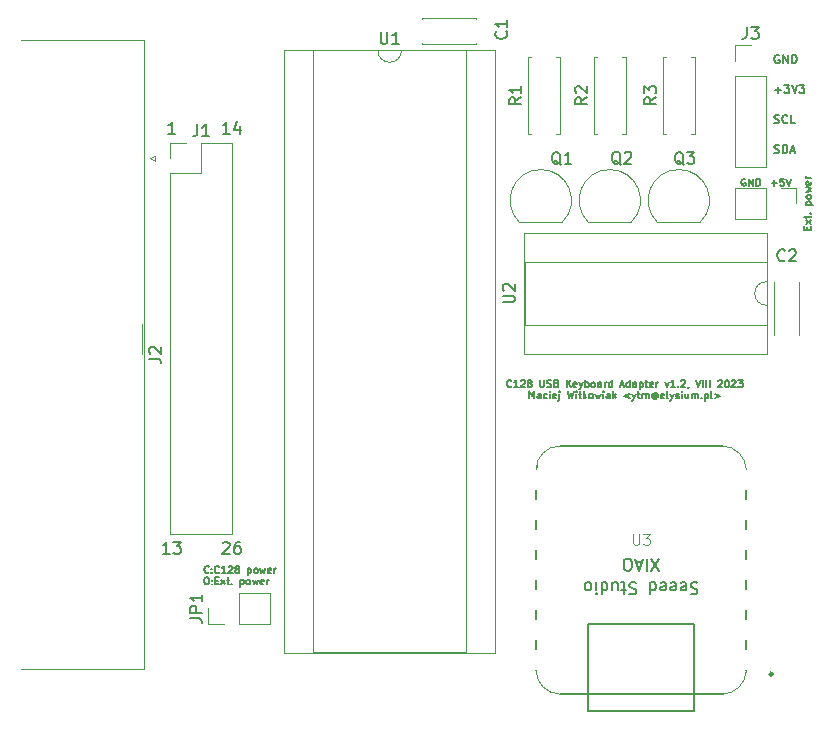
<source format=gto>
G04 #@! TF.GenerationSoftware,KiCad,Pcbnew,(6.0.5)*
G04 #@! TF.CreationDate,2023-08-20T17:12:42+02:00*
G04 #@! TF.ProjectId,kicad-c128keyb,6b696361-642d-4633-9132-386b6579622e,rev?*
G04 #@! TF.SameCoordinates,Original*
G04 #@! TF.FileFunction,Legend,Top*
G04 #@! TF.FilePolarity,Positive*
%FSLAX46Y46*%
G04 Gerber Fmt 4.6, Leading zero omitted, Abs format (unit mm)*
G04 Created by KiCad (PCBNEW (6.0.5)) date 2023-08-20 17:12:42*
%MOMM*%
%LPD*%
G01*
G04 APERTURE LIST*
%ADD10C,0.150000*%
%ADD11C,0.120000*%
%ADD12C,0.101600*%
%ADD13C,0.127000*%
%ADD14C,0.254000*%
%ADD15C,0.025400*%
%ADD16R,1.700000X1.700000*%
%ADD17O,1.700000X1.700000*%
%ADD18R,3.500000X1.700000*%
%ADD19O,3.600000X1.700000*%
%ADD20O,3.700000X1.700000*%
%ADD21C,1.600000*%
%ADD22C,0.700000*%
%ADD23C,4.400000*%
%ADD24O,1.600000X1.600000*%
%ADD25R,1.600000X1.600000*%
%ADD26R,1.050000X1.500000*%
%ADD27O,1.050000X1.500000*%
%ADD28C,4.000000*%
G04 APERTURE END LIST*
D10*
X160485142Y-79684285D02*
X160485142Y-79484285D01*
X160799428Y-79398571D02*
X160799428Y-79684285D01*
X160199428Y-79684285D01*
X160199428Y-79398571D01*
X160799428Y-79198571D02*
X160399428Y-78884285D01*
X160399428Y-79198571D02*
X160799428Y-78884285D01*
X160399428Y-78741428D02*
X160399428Y-78512857D01*
X160199428Y-78655714D02*
X160713714Y-78655714D01*
X160770857Y-78627142D01*
X160799428Y-78570000D01*
X160799428Y-78512857D01*
X160742285Y-78312857D02*
X160770857Y-78284285D01*
X160799428Y-78312857D01*
X160770857Y-78341428D01*
X160742285Y-78312857D01*
X160799428Y-78312857D01*
X160399428Y-77570000D02*
X160999428Y-77570000D01*
X160428000Y-77570000D02*
X160399428Y-77512857D01*
X160399428Y-77398571D01*
X160428000Y-77341428D01*
X160456571Y-77312857D01*
X160513714Y-77284285D01*
X160685142Y-77284285D01*
X160742285Y-77312857D01*
X160770857Y-77341428D01*
X160799428Y-77398571D01*
X160799428Y-77512857D01*
X160770857Y-77570000D01*
X160799428Y-76941428D02*
X160770857Y-76998571D01*
X160742285Y-77027142D01*
X160685142Y-77055714D01*
X160513714Y-77055714D01*
X160456571Y-77027142D01*
X160428000Y-76998571D01*
X160399428Y-76941428D01*
X160399428Y-76855714D01*
X160428000Y-76798571D01*
X160456571Y-76770000D01*
X160513714Y-76741428D01*
X160685142Y-76741428D01*
X160742285Y-76770000D01*
X160770857Y-76798571D01*
X160799428Y-76855714D01*
X160799428Y-76941428D01*
X160399428Y-76541428D02*
X160799428Y-76427142D01*
X160513714Y-76312857D01*
X160799428Y-76198571D01*
X160399428Y-76084285D01*
X160770857Y-75627142D02*
X160799428Y-75684285D01*
X160799428Y-75798571D01*
X160770857Y-75855714D01*
X160713714Y-75884285D01*
X160485142Y-75884285D01*
X160428000Y-75855714D01*
X160399428Y-75798571D01*
X160399428Y-75684285D01*
X160428000Y-75627142D01*
X160485142Y-75598571D01*
X160542285Y-75598571D01*
X160599428Y-75884285D01*
X160799428Y-75341428D02*
X160399428Y-75341428D01*
X160513714Y-75341428D02*
X160456571Y-75312857D01*
X160428000Y-75284285D01*
X160399428Y-75227142D01*
X160399428Y-75170000D01*
X109803214Y-108697285D02*
X109774642Y-108725857D01*
X109688928Y-108754428D01*
X109631785Y-108754428D01*
X109546071Y-108725857D01*
X109488928Y-108668714D01*
X109460357Y-108611571D01*
X109431785Y-108497285D01*
X109431785Y-108411571D01*
X109460357Y-108297285D01*
X109488928Y-108240142D01*
X109546071Y-108183000D01*
X109631785Y-108154428D01*
X109688928Y-108154428D01*
X109774642Y-108183000D01*
X109803214Y-108211571D01*
X110060357Y-108697285D02*
X110088928Y-108725857D01*
X110060357Y-108754428D01*
X110031785Y-108725857D01*
X110060357Y-108697285D01*
X110060357Y-108754428D01*
X110060357Y-108383000D02*
X110088928Y-108411571D01*
X110060357Y-108440142D01*
X110031785Y-108411571D01*
X110060357Y-108383000D01*
X110060357Y-108440142D01*
X110688928Y-108697285D02*
X110660357Y-108725857D01*
X110574642Y-108754428D01*
X110517500Y-108754428D01*
X110431785Y-108725857D01*
X110374642Y-108668714D01*
X110346071Y-108611571D01*
X110317500Y-108497285D01*
X110317500Y-108411571D01*
X110346071Y-108297285D01*
X110374642Y-108240142D01*
X110431785Y-108183000D01*
X110517500Y-108154428D01*
X110574642Y-108154428D01*
X110660357Y-108183000D01*
X110688928Y-108211571D01*
X111260357Y-108754428D02*
X110917500Y-108754428D01*
X111088928Y-108754428D02*
X111088928Y-108154428D01*
X111031785Y-108240142D01*
X110974642Y-108297285D01*
X110917500Y-108325857D01*
X111488928Y-108211571D02*
X111517500Y-108183000D01*
X111574642Y-108154428D01*
X111717500Y-108154428D01*
X111774642Y-108183000D01*
X111803214Y-108211571D01*
X111831785Y-108268714D01*
X111831785Y-108325857D01*
X111803214Y-108411571D01*
X111460357Y-108754428D01*
X111831785Y-108754428D01*
X112174642Y-108411571D02*
X112117500Y-108383000D01*
X112088928Y-108354428D01*
X112060357Y-108297285D01*
X112060357Y-108268714D01*
X112088928Y-108211571D01*
X112117500Y-108183000D01*
X112174642Y-108154428D01*
X112288928Y-108154428D01*
X112346071Y-108183000D01*
X112374642Y-108211571D01*
X112403214Y-108268714D01*
X112403214Y-108297285D01*
X112374642Y-108354428D01*
X112346071Y-108383000D01*
X112288928Y-108411571D01*
X112174642Y-108411571D01*
X112117500Y-108440142D01*
X112088928Y-108468714D01*
X112060357Y-108525857D01*
X112060357Y-108640142D01*
X112088928Y-108697285D01*
X112117500Y-108725857D01*
X112174642Y-108754428D01*
X112288928Y-108754428D01*
X112346071Y-108725857D01*
X112374642Y-108697285D01*
X112403214Y-108640142D01*
X112403214Y-108525857D01*
X112374642Y-108468714D01*
X112346071Y-108440142D01*
X112288928Y-108411571D01*
X113117500Y-108354428D02*
X113117500Y-108954428D01*
X113117500Y-108383000D02*
X113174642Y-108354428D01*
X113288928Y-108354428D01*
X113346071Y-108383000D01*
X113374642Y-108411571D01*
X113403214Y-108468714D01*
X113403214Y-108640142D01*
X113374642Y-108697285D01*
X113346071Y-108725857D01*
X113288928Y-108754428D01*
X113174642Y-108754428D01*
X113117500Y-108725857D01*
X113746071Y-108754428D02*
X113688928Y-108725857D01*
X113660357Y-108697285D01*
X113631785Y-108640142D01*
X113631785Y-108468714D01*
X113660357Y-108411571D01*
X113688928Y-108383000D01*
X113746071Y-108354428D01*
X113831785Y-108354428D01*
X113888928Y-108383000D01*
X113917500Y-108411571D01*
X113946071Y-108468714D01*
X113946071Y-108640142D01*
X113917500Y-108697285D01*
X113888928Y-108725857D01*
X113831785Y-108754428D01*
X113746071Y-108754428D01*
X114146071Y-108354428D02*
X114260357Y-108754428D01*
X114374642Y-108468714D01*
X114488928Y-108754428D01*
X114603214Y-108354428D01*
X115060357Y-108725857D02*
X115003214Y-108754428D01*
X114888928Y-108754428D01*
X114831785Y-108725857D01*
X114803214Y-108668714D01*
X114803214Y-108440142D01*
X114831785Y-108383000D01*
X114888928Y-108354428D01*
X115003214Y-108354428D01*
X115060357Y-108383000D01*
X115088928Y-108440142D01*
X115088928Y-108497285D01*
X114803214Y-108554428D01*
X115346071Y-108754428D02*
X115346071Y-108354428D01*
X115346071Y-108468714D02*
X115374642Y-108411571D01*
X115403214Y-108383000D01*
X115460357Y-108354428D01*
X115517500Y-108354428D01*
X109574642Y-109120428D02*
X109688928Y-109120428D01*
X109746071Y-109149000D01*
X109803214Y-109206142D01*
X109831785Y-109320428D01*
X109831785Y-109520428D01*
X109803214Y-109634714D01*
X109746071Y-109691857D01*
X109688928Y-109720428D01*
X109574642Y-109720428D01*
X109517500Y-109691857D01*
X109460357Y-109634714D01*
X109431785Y-109520428D01*
X109431785Y-109320428D01*
X109460357Y-109206142D01*
X109517500Y-109149000D01*
X109574642Y-109120428D01*
X110088928Y-109663285D02*
X110117500Y-109691857D01*
X110088928Y-109720428D01*
X110060357Y-109691857D01*
X110088928Y-109663285D01*
X110088928Y-109720428D01*
X110088928Y-109349000D02*
X110117500Y-109377571D01*
X110088928Y-109406142D01*
X110060357Y-109377571D01*
X110088928Y-109349000D01*
X110088928Y-109406142D01*
X110374642Y-109406142D02*
X110574642Y-109406142D01*
X110660357Y-109720428D02*
X110374642Y-109720428D01*
X110374642Y-109120428D01*
X110660357Y-109120428D01*
X110860357Y-109720428D02*
X111174642Y-109320428D01*
X110860357Y-109320428D02*
X111174642Y-109720428D01*
X111317500Y-109320428D02*
X111546071Y-109320428D01*
X111403214Y-109120428D02*
X111403214Y-109634714D01*
X111431785Y-109691857D01*
X111488928Y-109720428D01*
X111546071Y-109720428D01*
X111746071Y-109663285D02*
X111774642Y-109691857D01*
X111746071Y-109720428D01*
X111717500Y-109691857D01*
X111746071Y-109663285D01*
X111746071Y-109720428D01*
X112488928Y-109320428D02*
X112488928Y-109920428D01*
X112488928Y-109349000D02*
X112546071Y-109320428D01*
X112660357Y-109320428D01*
X112717500Y-109349000D01*
X112746071Y-109377571D01*
X112774642Y-109434714D01*
X112774642Y-109606142D01*
X112746071Y-109663285D01*
X112717500Y-109691857D01*
X112660357Y-109720428D01*
X112546071Y-109720428D01*
X112488928Y-109691857D01*
X113117500Y-109720428D02*
X113060357Y-109691857D01*
X113031785Y-109663285D01*
X113003214Y-109606142D01*
X113003214Y-109434714D01*
X113031785Y-109377571D01*
X113060357Y-109349000D01*
X113117500Y-109320428D01*
X113203214Y-109320428D01*
X113260357Y-109349000D01*
X113288928Y-109377571D01*
X113317500Y-109434714D01*
X113317500Y-109606142D01*
X113288928Y-109663285D01*
X113260357Y-109691857D01*
X113203214Y-109720428D01*
X113117500Y-109720428D01*
X113517500Y-109320428D02*
X113631785Y-109720428D01*
X113746071Y-109434714D01*
X113860357Y-109720428D01*
X113974642Y-109320428D01*
X114431785Y-109691857D02*
X114374642Y-109720428D01*
X114260357Y-109720428D01*
X114203214Y-109691857D01*
X114174642Y-109634714D01*
X114174642Y-109406142D01*
X114203214Y-109349000D01*
X114260357Y-109320428D01*
X114374642Y-109320428D01*
X114431785Y-109349000D01*
X114460357Y-109406142D01*
X114460357Y-109463285D01*
X114174642Y-109520428D01*
X114717500Y-109720428D02*
X114717500Y-109320428D01*
X114717500Y-109434714D02*
X114746071Y-109377571D01*
X114774642Y-109349000D01*
X114831785Y-109320428D01*
X114888928Y-109320428D01*
X155244857Y-75392000D02*
X155187714Y-75363428D01*
X155102000Y-75363428D01*
X155016285Y-75392000D01*
X154959142Y-75449142D01*
X154930571Y-75506285D01*
X154902000Y-75620571D01*
X154902000Y-75706285D01*
X154930571Y-75820571D01*
X154959142Y-75877714D01*
X155016285Y-75934857D01*
X155102000Y-75963428D01*
X155159142Y-75963428D01*
X155244857Y-75934857D01*
X155273428Y-75906285D01*
X155273428Y-75706285D01*
X155159142Y-75706285D01*
X155530571Y-75963428D02*
X155530571Y-75363428D01*
X155873428Y-75963428D01*
X155873428Y-75363428D01*
X156159142Y-75963428D02*
X156159142Y-75363428D01*
X156302000Y-75363428D01*
X156387714Y-75392000D01*
X156444857Y-75449142D01*
X156473428Y-75506285D01*
X156502000Y-75620571D01*
X156502000Y-75706285D01*
X156473428Y-75820571D01*
X156444857Y-75877714D01*
X156387714Y-75934857D01*
X156302000Y-75963428D01*
X156159142Y-75963428D01*
X157470571Y-75734857D02*
X157927714Y-75734857D01*
X157699142Y-75963428D02*
X157699142Y-75506285D01*
X158499142Y-75363428D02*
X158213428Y-75363428D01*
X158184857Y-75649142D01*
X158213428Y-75620571D01*
X158270571Y-75592000D01*
X158413428Y-75592000D01*
X158470571Y-75620571D01*
X158499142Y-75649142D01*
X158527714Y-75706285D01*
X158527714Y-75849142D01*
X158499142Y-75906285D01*
X158470571Y-75934857D01*
X158413428Y-75963428D01*
X158270571Y-75963428D01*
X158213428Y-75934857D01*
X158184857Y-75906285D01*
X158699142Y-75363428D02*
X158899142Y-75963428D01*
X159099142Y-75363428D01*
D11*
X104140000Y-87690000D02*
X104140000Y-87690000D01*
X104140000Y-87690000D02*
X104140000Y-90230000D01*
X104140000Y-90230000D02*
X104140000Y-90230000D01*
X104140000Y-90230000D02*
X104140000Y-87690000D01*
D10*
X135434000Y-92949285D02*
X135405428Y-92977857D01*
X135319714Y-93006428D01*
X135262571Y-93006428D01*
X135176857Y-92977857D01*
X135119714Y-92920714D01*
X135091142Y-92863571D01*
X135062571Y-92749285D01*
X135062571Y-92663571D01*
X135091142Y-92549285D01*
X135119714Y-92492142D01*
X135176857Y-92435000D01*
X135262571Y-92406428D01*
X135319714Y-92406428D01*
X135405428Y-92435000D01*
X135434000Y-92463571D01*
X136005428Y-93006428D02*
X135662571Y-93006428D01*
X135834000Y-93006428D02*
X135834000Y-92406428D01*
X135776857Y-92492142D01*
X135719714Y-92549285D01*
X135662571Y-92577857D01*
X136234000Y-92463571D02*
X136262571Y-92435000D01*
X136319714Y-92406428D01*
X136462571Y-92406428D01*
X136519714Y-92435000D01*
X136548285Y-92463571D01*
X136576857Y-92520714D01*
X136576857Y-92577857D01*
X136548285Y-92663571D01*
X136205428Y-93006428D01*
X136576857Y-93006428D01*
X136919714Y-92663571D02*
X136862571Y-92635000D01*
X136834000Y-92606428D01*
X136805428Y-92549285D01*
X136805428Y-92520714D01*
X136834000Y-92463571D01*
X136862571Y-92435000D01*
X136919714Y-92406428D01*
X137034000Y-92406428D01*
X137091142Y-92435000D01*
X137119714Y-92463571D01*
X137148285Y-92520714D01*
X137148285Y-92549285D01*
X137119714Y-92606428D01*
X137091142Y-92635000D01*
X137034000Y-92663571D01*
X136919714Y-92663571D01*
X136862571Y-92692142D01*
X136834000Y-92720714D01*
X136805428Y-92777857D01*
X136805428Y-92892142D01*
X136834000Y-92949285D01*
X136862571Y-92977857D01*
X136919714Y-93006428D01*
X137034000Y-93006428D01*
X137091142Y-92977857D01*
X137119714Y-92949285D01*
X137148285Y-92892142D01*
X137148285Y-92777857D01*
X137119714Y-92720714D01*
X137091142Y-92692142D01*
X137034000Y-92663571D01*
X137862571Y-92406428D02*
X137862571Y-92892142D01*
X137891142Y-92949285D01*
X137919714Y-92977857D01*
X137976857Y-93006428D01*
X138091142Y-93006428D01*
X138148285Y-92977857D01*
X138176857Y-92949285D01*
X138205428Y-92892142D01*
X138205428Y-92406428D01*
X138462571Y-92977857D02*
X138548285Y-93006428D01*
X138691142Y-93006428D01*
X138748285Y-92977857D01*
X138776857Y-92949285D01*
X138805428Y-92892142D01*
X138805428Y-92835000D01*
X138776857Y-92777857D01*
X138748285Y-92749285D01*
X138691142Y-92720714D01*
X138576857Y-92692142D01*
X138519714Y-92663571D01*
X138491142Y-92635000D01*
X138462571Y-92577857D01*
X138462571Y-92520714D01*
X138491142Y-92463571D01*
X138519714Y-92435000D01*
X138576857Y-92406428D01*
X138719714Y-92406428D01*
X138805428Y-92435000D01*
X139262571Y-92692142D02*
X139348285Y-92720714D01*
X139376857Y-92749285D01*
X139405428Y-92806428D01*
X139405428Y-92892142D01*
X139376857Y-92949285D01*
X139348285Y-92977857D01*
X139291142Y-93006428D01*
X139062571Y-93006428D01*
X139062571Y-92406428D01*
X139262571Y-92406428D01*
X139319714Y-92435000D01*
X139348285Y-92463571D01*
X139376857Y-92520714D01*
X139376857Y-92577857D01*
X139348285Y-92635000D01*
X139319714Y-92663571D01*
X139262571Y-92692142D01*
X139062571Y-92692142D01*
X140119714Y-93006428D02*
X140119714Y-92406428D01*
X140462571Y-93006428D02*
X140205428Y-92663571D01*
X140462571Y-92406428D02*
X140119714Y-92749285D01*
X140948285Y-92977857D02*
X140891142Y-93006428D01*
X140776857Y-93006428D01*
X140719714Y-92977857D01*
X140691142Y-92920714D01*
X140691142Y-92692142D01*
X140719714Y-92635000D01*
X140776857Y-92606428D01*
X140891142Y-92606428D01*
X140948285Y-92635000D01*
X140976857Y-92692142D01*
X140976857Y-92749285D01*
X140691142Y-92806428D01*
X141176857Y-92606428D02*
X141319714Y-93006428D01*
X141462571Y-92606428D02*
X141319714Y-93006428D01*
X141262571Y-93149285D01*
X141234000Y-93177857D01*
X141176857Y-93206428D01*
X141691142Y-93006428D02*
X141691142Y-92406428D01*
X141691142Y-92635000D02*
X141748285Y-92606428D01*
X141862571Y-92606428D01*
X141919714Y-92635000D01*
X141948285Y-92663571D01*
X141976857Y-92720714D01*
X141976857Y-92892142D01*
X141948285Y-92949285D01*
X141919714Y-92977857D01*
X141862571Y-93006428D01*
X141748285Y-93006428D01*
X141691142Y-92977857D01*
X142319714Y-93006428D02*
X142262571Y-92977857D01*
X142234000Y-92949285D01*
X142205428Y-92892142D01*
X142205428Y-92720714D01*
X142234000Y-92663571D01*
X142262571Y-92635000D01*
X142319714Y-92606428D01*
X142405428Y-92606428D01*
X142462571Y-92635000D01*
X142491142Y-92663571D01*
X142519714Y-92720714D01*
X142519714Y-92892142D01*
X142491142Y-92949285D01*
X142462571Y-92977857D01*
X142405428Y-93006428D01*
X142319714Y-93006428D01*
X143034000Y-93006428D02*
X143034000Y-92692142D01*
X143005428Y-92635000D01*
X142948285Y-92606428D01*
X142834000Y-92606428D01*
X142776857Y-92635000D01*
X143034000Y-92977857D02*
X142976857Y-93006428D01*
X142834000Y-93006428D01*
X142776857Y-92977857D01*
X142748285Y-92920714D01*
X142748285Y-92863571D01*
X142776857Y-92806428D01*
X142834000Y-92777857D01*
X142976857Y-92777857D01*
X143034000Y-92749285D01*
X143319714Y-93006428D02*
X143319714Y-92606428D01*
X143319714Y-92720714D02*
X143348285Y-92663571D01*
X143376857Y-92635000D01*
X143434000Y-92606428D01*
X143491142Y-92606428D01*
X143948285Y-93006428D02*
X143948285Y-92406428D01*
X143948285Y-92977857D02*
X143891142Y-93006428D01*
X143776857Y-93006428D01*
X143719714Y-92977857D01*
X143691142Y-92949285D01*
X143662571Y-92892142D01*
X143662571Y-92720714D01*
X143691142Y-92663571D01*
X143719714Y-92635000D01*
X143776857Y-92606428D01*
X143891142Y-92606428D01*
X143948285Y-92635000D01*
X144662571Y-92835000D02*
X144948285Y-92835000D01*
X144605428Y-93006428D02*
X144805428Y-92406428D01*
X145005428Y-93006428D01*
X145462571Y-93006428D02*
X145462571Y-92406428D01*
X145462571Y-92977857D02*
X145405428Y-93006428D01*
X145291142Y-93006428D01*
X145234000Y-92977857D01*
X145205428Y-92949285D01*
X145176857Y-92892142D01*
X145176857Y-92720714D01*
X145205428Y-92663571D01*
X145234000Y-92635000D01*
X145291142Y-92606428D01*
X145405428Y-92606428D01*
X145462571Y-92635000D01*
X146005428Y-93006428D02*
X146005428Y-92692142D01*
X145976857Y-92635000D01*
X145919714Y-92606428D01*
X145805428Y-92606428D01*
X145748285Y-92635000D01*
X146005428Y-92977857D02*
X145948285Y-93006428D01*
X145805428Y-93006428D01*
X145748285Y-92977857D01*
X145719714Y-92920714D01*
X145719714Y-92863571D01*
X145748285Y-92806428D01*
X145805428Y-92777857D01*
X145948285Y-92777857D01*
X146005428Y-92749285D01*
X146291142Y-92606428D02*
X146291142Y-93206428D01*
X146291142Y-92635000D02*
X146348285Y-92606428D01*
X146462571Y-92606428D01*
X146519714Y-92635000D01*
X146548285Y-92663571D01*
X146576857Y-92720714D01*
X146576857Y-92892142D01*
X146548285Y-92949285D01*
X146519714Y-92977857D01*
X146462571Y-93006428D01*
X146348285Y-93006428D01*
X146291142Y-92977857D01*
X146748285Y-92606428D02*
X146976857Y-92606428D01*
X146834000Y-92406428D02*
X146834000Y-92920714D01*
X146862571Y-92977857D01*
X146919714Y-93006428D01*
X146976857Y-93006428D01*
X147405428Y-92977857D02*
X147348285Y-93006428D01*
X147234000Y-93006428D01*
X147176857Y-92977857D01*
X147148285Y-92920714D01*
X147148285Y-92692142D01*
X147176857Y-92635000D01*
X147234000Y-92606428D01*
X147348285Y-92606428D01*
X147405428Y-92635000D01*
X147434000Y-92692142D01*
X147434000Y-92749285D01*
X147148285Y-92806428D01*
X147691142Y-93006428D02*
X147691142Y-92606428D01*
X147691142Y-92720714D02*
X147719714Y-92663571D01*
X147748285Y-92635000D01*
X147805428Y-92606428D01*
X147862571Y-92606428D01*
X148462571Y-92606428D02*
X148605428Y-93006428D01*
X148748285Y-92606428D01*
X149291142Y-93006428D02*
X148948285Y-93006428D01*
X149119714Y-93006428D02*
X149119714Y-92406428D01*
X149062571Y-92492142D01*
X149005428Y-92549285D01*
X148948285Y-92577857D01*
X149548285Y-92949285D02*
X149576857Y-92977857D01*
X149548285Y-93006428D01*
X149519714Y-92977857D01*
X149548285Y-92949285D01*
X149548285Y-93006428D01*
X149805428Y-92463571D02*
X149834000Y-92435000D01*
X149891142Y-92406428D01*
X150034000Y-92406428D01*
X150091142Y-92435000D01*
X150119714Y-92463571D01*
X150148285Y-92520714D01*
X150148285Y-92577857D01*
X150119714Y-92663571D01*
X149776857Y-93006428D01*
X150148285Y-93006428D01*
X150434000Y-92977857D02*
X150434000Y-93006428D01*
X150405428Y-93063571D01*
X150376857Y-93092142D01*
X151062571Y-92406428D02*
X151262571Y-93006428D01*
X151462571Y-92406428D01*
X151662571Y-93006428D02*
X151662571Y-92406428D01*
X151948285Y-93006428D02*
X151948285Y-92406428D01*
X152234000Y-93006428D02*
X152234000Y-92406428D01*
X152948285Y-92463571D02*
X152976857Y-92435000D01*
X153034000Y-92406428D01*
X153176857Y-92406428D01*
X153234000Y-92435000D01*
X153262571Y-92463571D01*
X153291142Y-92520714D01*
X153291142Y-92577857D01*
X153262571Y-92663571D01*
X152919714Y-93006428D01*
X153291142Y-93006428D01*
X153662571Y-92406428D02*
X153719714Y-92406428D01*
X153776857Y-92435000D01*
X153805428Y-92463571D01*
X153834000Y-92520714D01*
X153862571Y-92635000D01*
X153862571Y-92777857D01*
X153834000Y-92892142D01*
X153805428Y-92949285D01*
X153776857Y-92977857D01*
X153719714Y-93006428D01*
X153662571Y-93006428D01*
X153605428Y-92977857D01*
X153576857Y-92949285D01*
X153548285Y-92892142D01*
X153519714Y-92777857D01*
X153519714Y-92635000D01*
X153548285Y-92520714D01*
X153576857Y-92463571D01*
X153605428Y-92435000D01*
X153662571Y-92406428D01*
X154091142Y-92463571D02*
X154119714Y-92435000D01*
X154176857Y-92406428D01*
X154319714Y-92406428D01*
X154376857Y-92435000D01*
X154405428Y-92463571D01*
X154434000Y-92520714D01*
X154434000Y-92577857D01*
X154405428Y-92663571D01*
X154062571Y-93006428D01*
X154434000Y-93006428D01*
X154634000Y-92406428D02*
X155005428Y-92406428D01*
X154805428Y-92635000D01*
X154891142Y-92635000D01*
X154948285Y-92663571D01*
X154976857Y-92692142D01*
X155005428Y-92749285D01*
X155005428Y-92892142D01*
X154976857Y-92949285D01*
X154948285Y-92977857D01*
X154891142Y-93006428D01*
X154719714Y-93006428D01*
X154662571Y-92977857D01*
X154634000Y-92949285D01*
X136962571Y-93972428D02*
X136962571Y-93372428D01*
X137162571Y-93801000D01*
X137362571Y-93372428D01*
X137362571Y-93972428D01*
X137905428Y-93972428D02*
X137905428Y-93658142D01*
X137876857Y-93601000D01*
X137819714Y-93572428D01*
X137705428Y-93572428D01*
X137648285Y-93601000D01*
X137905428Y-93943857D02*
X137848285Y-93972428D01*
X137705428Y-93972428D01*
X137648285Y-93943857D01*
X137619714Y-93886714D01*
X137619714Y-93829571D01*
X137648285Y-93772428D01*
X137705428Y-93743857D01*
X137848285Y-93743857D01*
X137905428Y-93715285D01*
X138448285Y-93943857D02*
X138391142Y-93972428D01*
X138276857Y-93972428D01*
X138219714Y-93943857D01*
X138191142Y-93915285D01*
X138162571Y-93858142D01*
X138162571Y-93686714D01*
X138191142Y-93629571D01*
X138219714Y-93601000D01*
X138276857Y-93572428D01*
X138391142Y-93572428D01*
X138448285Y-93601000D01*
X138705428Y-93972428D02*
X138705428Y-93572428D01*
X138705428Y-93372428D02*
X138676857Y-93401000D01*
X138705428Y-93429571D01*
X138734000Y-93401000D01*
X138705428Y-93372428D01*
X138705428Y-93429571D01*
X139219714Y-93943857D02*
X139162571Y-93972428D01*
X139048285Y-93972428D01*
X138991142Y-93943857D01*
X138962571Y-93886714D01*
X138962571Y-93658142D01*
X138991142Y-93601000D01*
X139048285Y-93572428D01*
X139162571Y-93572428D01*
X139219714Y-93601000D01*
X139248285Y-93658142D01*
X139248285Y-93715285D01*
X138962571Y-93772428D01*
X139505428Y-93572428D02*
X139505428Y-94086714D01*
X139476857Y-94143857D01*
X139419714Y-94172428D01*
X139391142Y-94172428D01*
X139505428Y-93372428D02*
X139476857Y-93401000D01*
X139505428Y-93429571D01*
X139534000Y-93401000D01*
X139505428Y-93372428D01*
X139505428Y-93429571D01*
X140191142Y-93372428D02*
X140334000Y-93972428D01*
X140448285Y-93543857D01*
X140562571Y-93972428D01*
X140705428Y-93372428D01*
X140934000Y-93972428D02*
X140934000Y-93572428D01*
X140934000Y-93372428D02*
X140905428Y-93401000D01*
X140934000Y-93429571D01*
X140962571Y-93401000D01*
X140934000Y-93372428D01*
X140934000Y-93429571D01*
X141134000Y-93572428D02*
X141362571Y-93572428D01*
X141219714Y-93372428D02*
X141219714Y-93886714D01*
X141248285Y-93943857D01*
X141305428Y-93972428D01*
X141362571Y-93972428D01*
X141562571Y-93972428D02*
X141562571Y-93372428D01*
X141619714Y-93743857D02*
X141791142Y-93972428D01*
X141791142Y-93572428D02*
X141562571Y-93801000D01*
X142134000Y-93972428D02*
X142076857Y-93943857D01*
X142048285Y-93915285D01*
X142019714Y-93858142D01*
X142019714Y-93686714D01*
X142048285Y-93629571D01*
X142076857Y-93601000D01*
X142134000Y-93572428D01*
X142219714Y-93572428D01*
X142276857Y-93601000D01*
X142305428Y-93629571D01*
X142334000Y-93686714D01*
X142334000Y-93858142D01*
X142305428Y-93915285D01*
X142276857Y-93943857D01*
X142219714Y-93972428D01*
X142134000Y-93972428D01*
X142534000Y-93572428D02*
X142648285Y-93972428D01*
X142762571Y-93686714D01*
X142876857Y-93972428D01*
X142991142Y-93572428D01*
X143219714Y-93972428D02*
X143219714Y-93572428D01*
X143219714Y-93372428D02*
X143191142Y-93401000D01*
X143219714Y-93429571D01*
X143248285Y-93401000D01*
X143219714Y-93372428D01*
X143219714Y-93429571D01*
X143762571Y-93972428D02*
X143762571Y-93658142D01*
X143734000Y-93601000D01*
X143676857Y-93572428D01*
X143562571Y-93572428D01*
X143505428Y-93601000D01*
X143762571Y-93943857D02*
X143705428Y-93972428D01*
X143562571Y-93972428D01*
X143505428Y-93943857D01*
X143476857Y-93886714D01*
X143476857Y-93829571D01*
X143505428Y-93772428D01*
X143562571Y-93743857D01*
X143705428Y-93743857D01*
X143762571Y-93715285D01*
X144048285Y-93972428D02*
X144048285Y-93372428D01*
X144105428Y-93743857D02*
X144276857Y-93972428D01*
X144276857Y-93572428D02*
X144048285Y-93801000D01*
X145448285Y-93572428D02*
X144991142Y-93743857D01*
X145448285Y-93915285D01*
X145676857Y-93572428D02*
X145819714Y-93972428D01*
X145962571Y-93572428D02*
X145819714Y-93972428D01*
X145762571Y-94115285D01*
X145734000Y-94143857D01*
X145676857Y-94172428D01*
X146105428Y-93572428D02*
X146334000Y-93572428D01*
X146191142Y-93372428D02*
X146191142Y-93886714D01*
X146219714Y-93943857D01*
X146276857Y-93972428D01*
X146334000Y-93972428D01*
X146534000Y-93972428D02*
X146534000Y-93572428D01*
X146534000Y-93629571D02*
X146562571Y-93601000D01*
X146619714Y-93572428D01*
X146705428Y-93572428D01*
X146762571Y-93601000D01*
X146791142Y-93658142D01*
X146791142Y-93972428D01*
X146791142Y-93658142D02*
X146819714Y-93601000D01*
X146876857Y-93572428D01*
X146962571Y-93572428D01*
X147019714Y-93601000D01*
X147048285Y-93658142D01*
X147048285Y-93972428D01*
X147705428Y-93686714D02*
X147676857Y-93658142D01*
X147619714Y-93629571D01*
X147562571Y-93629571D01*
X147505428Y-93658142D01*
X147476857Y-93686714D01*
X147448285Y-93743857D01*
X147448285Y-93801000D01*
X147476857Y-93858142D01*
X147505428Y-93886714D01*
X147562571Y-93915285D01*
X147619714Y-93915285D01*
X147676857Y-93886714D01*
X147705428Y-93858142D01*
X147705428Y-93629571D02*
X147705428Y-93858142D01*
X147734000Y-93886714D01*
X147762571Y-93886714D01*
X147819714Y-93858142D01*
X147848285Y-93801000D01*
X147848285Y-93658142D01*
X147791142Y-93572428D01*
X147705428Y-93515285D01*
X147591142Y-93486714D01*
X147476857Y-93515285D01*
X147391142Y-93572428D01*
X147334000Y-93658142D01*
X147305428Y-93772428D01*
X147334000Y-93886714D01*
X147391142Y-93972428D01*
X147476857Y-94029571D01*
X147591142Y-94058142D01*
X147705428Y-94029571D01*
X147791142Y-93972428D01*
X148334000Y-93943857D02*
X148276857Y-93972428D01*
X148162571Y-93972428D01*
X148105428Y-93943857D01*
X148076857Y-93886714D01*
X148076857Y-93658142D01*
X148105428Y-93601000D01*
X148162571Y-93572428D01*
X148276857Y-93572428D01*
X148334000Y-93601000D01*
X148362571Y-93658142D01*
X148362571Y-93715285D01*
X148076857Y-93772428D01*
X148705428Y-93972428D02*
X148648285Y-93943857D01*
X148619714Y-93886714D01*
X148619714Y-93372428D01*
X148876857Y-93572428D02*
X149019714Y-93972428D01*
X149162571Y-93572428D02*
X149019714Y-93972428D01*
X148962571Y-94115285D01*
X148934000Y-94143857D01*
X148876857Y-94172428D01*
X149362571Y-93943857D02*
X149419714Y-93972428D01*
X149534000Y-93972428D01*
X149591142Y-93943857D01*
X149619714Y-93886714D01*
X149619714Y-93858142D01*
X149591142Y-93801000D01*
X149534000Y-93772428D01*
X149448285Y-93772428D01*
X149391142Y-93743857D01*
X149362571Y-93686714D01*
X149362571Y-93658142D01*
X149391142Y-93601000D01*
X149448285Y-93572428D01*
X149534000Y-93572428D01*
X149591142Y-93601000D01*
X149876857Y-93972428D02*
X149876857Y-93572428D01*
X149876857Y-93372428D02*
X149848285Y-93401000D01*
X149876857Y-93429571D01*
X149905428Y-93401000D01*
X149876857Y-93372428D01*
X149876857Y-93429571D01*
X150419714Y-93572428D02*
X150419714Y-93972428D01*
X150162571Y-93572428D02*
X150162571Y-93886714D01*
X150191142Y-93943857D01*
X150248285Y-93972428D01*
X150334000Y-93972428D01*
X150391142Y-93943857D01*
X150419714Y-93915285D01*
X150705428Y-93972428D02*
X150705428Y-93572428D01*
X150705428Y-93629571D02*
X150734000Y-93601000D01*
X150791142Y-93572428D01*
X150876857Y-93572428D01*
X150934000Y-93601000D01*
X150962571Y-93658142D01*
X150962571Y-93972428D01*
X150962571Y-93658142D02*
X150991142Y-93601000D01*
X151048285Y-93572428D01*
X151134000Y-93572428D01*
X151191142Y-93601000D01*
X151219714Y-93658142D01*
X151219714Y-93972428D01*
X151505428Y-93915285D02*
X151534000Y-93943857D01*
X151505428Y-93972428D01*
X151476857Y-93943857D01*
X151505428Y-93915285D01*
X151505428Y-93972428D01*
X151791142Y-93572428D02*
X151791142Y-94172428D01*
X151791142Y-93601000D02*
X151848285Y-93572428D01*
X151962571Y-93572428D01*
X152019714Y-93601000D01*
X152048285Y-93629571D01*
X152076857Y-93686714D01*
X152076857Y-93858142D01*
X152048285Y-93915285D01*
X152019714Y-93943857D01*
X151962571Y-93972428D01*
X151848285Y-93972428D01*
X151791142Y-93943857D01*
X152419714Y-93972428D02*
X152362571Y-93943857D01*
X152334000Y-93886714D01*
X152334000Y-93372428D01*
X152648285Y-93572428D02*
X153105428Y-93743857D01*
X152648285Y-93915285D01*
X157710833Y-73181333D02*
X157810833Y-73214666D01*
X157977500Y-73214666D01*
X158044166Y-73181333D01*
X158077500Y-73148000D01*
X158110833Y-73081333D01*
X158110833Y-73014666D01*
X158077500Y-72948000D01*
X158044166Y-72914666D01*
X157977500Y-72881333D01*
X157844166Y-72848000D01*
X157777500Y-72814666D01*
X157744166Y-72781333D01*
X157710833Y-72714666D01*
X157710833Y-72648000D01*
X157744166Y-72581333D01*
X157777500Y-72548000D01*
X157844166Y-72514666D01*
X158010833Y-72514666D01*
X158110833Y-72548000D01*
X158410833Y-73214666D02*
X158410833Y-72514666D01*
X158577500Y-72514666D01*
X158677500Y-72548000D01*
X158744166Y-72614666D01*
X158777500Y-72681333D01*
X158810833Y-72814666D01*
X158810833Y-72914666D01*
X158777500Y-73048000D01*
X158744166Y-73114666D01*
X158677500Y-73181333D01*
X158577500Y-73214666D01*
X158410833Y-73214666D01*
X159077500Y-73014666D02*
X159410833Y-73014666D01*
X159010833Y-73214666D02*
X159244166Y-72514666D01*
X159477500Y-73214666D01*
X157744166Y-67868000D02*
X158277500Y-67868000D01*
X158010833Y-68134666D02*
X158010833Y-67601333D01*
X158544166Y-67434666D02*
X158977500Y-67434666D01*
X158744166Y-67701333D01*
X158844166Y-67701333D01*
X158910833Y-67734666D01*
X158944166Y-67768000D01*
X158977500Y-67834666D01*
X158977500Y-68001333D01*
X158944166Y-68068000D01*
X158910833Y-68101333D01*
X158844166Y-68134666D01*
X158644166Y-68134666D01*
X158577500Y-68101333D01*
X158544166Y-68068000D01*
X159177500Y-67434666D02*
X159410833Y-68134666D01*
X159644166Y-67434666D01*
X159810833Y-67434666D02*
X160244166Y-67434666D01*
X160010833Y-67701333D01*
X160110833Y-67701333D01*
X160177500Y-67734666D01*
X160210833Y-67768000D01*
X160244166Y-67834666D01*
X160244166Y-68001333D01*
X160210833Y-68068000D01*
X160177500Y-68101333D01*
X160110833Y-68134666D01*
X159910833Y-68134666D01*
X159844166Y-68101333D01*
X159810833Y-68068000D01*
X157710833Y-70641333D02*
X157810833Y-70674666D01*
X157977500Y-70674666D01*
X158044166Y-70641333D01*
X158077500Y-70608000D01*
X158110833Y-70541333D01*
X158110833Y-70474666D01*
X158077500Y-70408000D01*
X158044166Y-70374666D01*
X157977500Y-70341333D01*
X157844166Y-70308000D01*
X157777500Y-70274666D01*
X157744166Y-70241333D01*
X157710833Y-70174666D01*
X157710833Y-70108000D01*
X157744166Y-70041333D01*
X157777500Y-70008000D01*
X157844166Y-69974666D01*
X158010833Y-69974666D01*
X158110833Y-70008000D01*
X158810833Y-70608000D02*
X158777500Y-70641333D01*
X158677500Y-70674666D01*
X158610833Y-70674666D01*
X158510833Y-70641333D01*
X158444166Y-70574666D01*
X158410833Y-70508000D01*
X158377500Y-70374666D01*
X158377500Y-70274666D01*
X158410833Y-70141333D01*
X158444166Y-70074666D01*
X158510833Y-70008000D01*
X158610833Y-69974666D01*
X158677500Y-69974666D01*
X158777500Y-70008000D01*
X158810833Y-70041333D01*
X159444166Y-70674666D02*
X159110833Y-70674666D01*
X159110833Y-69974666D01*
X106489523Y-107132380D02*
X105918095Y-107132380D01*
X106203809Y-107132380D02*
X106203809Y-106132380D01*
X106108571Y-106275238D01*
X106013333Y-106370476D01*
X105918095Y-106418095D01*
X106822857Y-106132380D02*
X107441904Y-106132380D01*
X107108571Y-106513333D01*
X107251428Y-106513333D01*
X107346666Y-106560952D01*
X107394285Y-106608571D01*
X107441904Y-106703809D01*
X107441904Y-106941904D01*
X107394285Y-107037142D01*
X107346666Y-107084761D01*
X107251428Y-107132380D01*
X106965714Y-107132380D01*
X106870476Y-107084761D01*
X106822857Y-107037142D01*
X106965714Y-71572380D02*
X106394285Y-71572380D01*
X106680000Y-71572380D02*
X106680000Y-70572380D01*
X106584761Y-70715238D01*
X106489523Y-70810476D01*
X106394285Y-70858095D01*
X111569523Y-71572380D02*
X110998095Y-71572380D01*
X111283809Y-71572380D02*
X111283809Y-70572380D01*
X111188571Y-70715238D01*
X111093333Y-70810476D01*
X110998095Y-70858095D01*
X112426666Y-70905714D02*
X112426666Y-71572380D01*
X112188571Y-70524761D02*
X111950476Y-71239047D01*
X112569523Y-71239047D01*
X158110833Y-64928000D02*
X158044166Y-64894666D01*
X157944166Y-64894666D01*
X157844166Y-64928000D01*
X157777500Y-64994666D01*
X157744166Y-65061333D01*
X157710833Y-65194666D01*
X157710833Y-65294666D01*
X157744166Y-65428000D01*
X157777500Y-65494666D01*
X157844166Y-65561333D01*
X157944166Y-65594666D01*
X158010833Y-65594666D01*
X158110833Y-65561333D01*
X158144166Y-65528000D01*
X158144166Y-65294666D01*
X158010833Y-65294666D01*
X158444166Y-65594666D02*
X158444166Y-64894666D01*
X158844166Y-65594666D01*
X158844166Y-64894666D01*
X159177500Y-65594666D02*
X159177500Y-64894666D01*
X159344166Y-64894666D01*
X159444166Y-64928000D01*
X159510833Y-64994666D01*
X159544166Y-65061333D01*
X159577500Y-65194666D01*
X159577500Y-65294666D01*
X159544166Y-65428000D01*
X159510833Y-65494666D01*
X159444166Y-65561333D01*
X159344166Y-65594666D01*
X159177500Y-65594666D01*
X110998095Y-106227619D02*
X111045714Y-106180000D01*
X111140952Y-106132380D01*
X111379047Y-106132380D01*
X111474285Y-106180000D01*
X111521904Y-106227619D01*
X111569523Y-106322857D01*
X111569523Y-106418095D01*
X111521904Y-106560952D01*
X110950476Y-107132380D01*
X111569523Y-107132380D01*
X112426666Y-106132380D02*
X112236190Y-106132380D01*
X112140952Y-106180000D01*
X112093333Y-106227619D01*
X111998095Y-106370476D01*
X111950476Y-106560952D01*
X111950476Y-106941904D01*
X111998095Y-107037142D01*
X112045714Y-107084761D01*
X112140952Y-107132380D01*
X112331428Y-107132380D01*
X112426666Y-107084761D01*
X112474285Y-107037142D01*
X112521904Y-106941904D01*
X112521904Y-106703809D01*
X112474285Y-106608571D01*
X112426666Y-106560952D01*
X112331428Y-106513333D01*
X112140952Y-106513333D01*
X112045714Y-106560952D01*
X111998095Y-106608571D01*
X111950476Y-106703809D01*
D12*
X145745166Y-105481166D02*
X145745166Y-106200833D01*
X145787500Y-106285500D01*
X145829833Y-106327833D01*
X145914500Y-106370166D01*
X146083833Y-106370166D01*
X146168500Y-106327833D01*
X146210833Y-106285500D01*
X146253166Y-106200833D01*
X146253166Y-105481166D01*
X146591833Y-105481166D02*
X147142166Y-105481166D01*
X146845833Y-105819833D01*
X146972833Y-105819833D01*
X147057500Y-105862166D01*
X147099833Y-105904500D01*
X147142166Y-105989166D01*
X147142166Y-106200833D01*
X147099833Y-106285500D01*
X147057500Y-106327833D01*
X146972833Y-106370166D01*
X146718833Y-106370166D01*
X146634166Y-106327833D01*
X146591833Y-106285500D01*
D10*
X147946309Y-108555619D02*
X147279642Y-107555619D01*
X147279642Y-108555619D02*
X147946309Y-107555619D01*
X146898690Y-107555619D02*
X146898690Y-108555619D01*
X146470119Y-107841333D02*
X145993928Y-107841333D01*
X146565357Y-107555619D02*
X146232023Y-108555619D01*
X145898690Y-107555619D01*
X145374880Y-108555619D02*
X145184404Y-108555619D01*
X145089166Y-108508000D01*
X144993928Y-108412761D01*
X144946309Y-108222285D01*
X144946309Y-107888952D01*
X144993928Y-107698476D01*
X145089166Y-107603238D01*
X145184404Y-107555619D01*
X145374880Y-107555619D01*
X145470119Y-107603238D01*
X145565357Y-107698476D01*
X145612976Y-107888952D01*
X145612976Y-108222285D01*
X145565357Y-108412761D01*
X145470119Y-108508000D01*
X145374880Y-108555619D01*
X151184404Y-109603238D02*
X151041547Y-109555619D01*
X150803452Y-109555619D01*
X150708214Y-109603238D01*
X150660595Y-109650857D01*
X150612976Y-109746095D01*
X150612976Y-109841333D01*
X150660595Y-109936571D01*
X150708214Y-109984190D01*
X150803452Y-110031809D01*
X150993928Y-110079428D01*
X151089166Y-110127047D01*
X151136785Y-110174666D01*
X151184404Y-110269904D01*
X151184404Y-110365142D01*
X151136785Y-110460380D01*
X151089166Y-110508000D01*
X150993928Y-110555619D01*
X150755833Y-110555619D01*
X150612976Y-110508000D01*
X149803452Y-109603238D02*
X149898690Y-109555619D01*
X150089166Y-109555619D01*
X150184404Y-109603238D01*
X150232023Y-109698476D01*
X150232023Y-110079428D01*
X150184404Y-110174666D01*
X150089166Y-110222285D01*
X149898690Y-110222285D01*
X149803452Y-110174666D01*
X149755833Y-110079428D01*
X149755833Y-109984190D01*
X150232023Y-109888952D01*
X148946309Y-109603238D02*
X149041547Y-109555619D01*
X149232023Y-109555619D01*
X149327261Y-109603238D01*
X149374880Y-109698476D01*
X149374880Y-110079428D01*
X149327261Y-110174666D01*
X149232023Y-110222285D01*
X149041547Y-110222285D01*
X148946309Y-110174666D01*
X148898690Y-110079428D01*
X148898690Y-109984190D01*
X149374880Y-109888952D01*
X148089166Y-109603238D02*
X148184404Y-109555619D01*
X148374880Y-109555619D01*
X148470119Y-109603238D01*
X148517738Y-109698476D01*
X148517738Y-110079428D01*
X148470119Y-110174666D01*
X148374880Y-110222285D01*
X148184404Y-110222285D01*
X148089166Y-110174666D01*
X148041547Y-110079428D01*
X148041547Y-109984190D01*
X148517738Y-109888952D01*
X147184404Y-109555619D02*
X147184404Y-110555619D01*
X147184404Y-109603238D02*
X147279642Y-109555619D01*
X147470119Y-109555619D01*
X147565357Y-109603238D01*
X147612976Y-109650857D01*
X147660595Y-109746095D01*
X147660595Y-110031809D01*
X147612976Y-110127047D01*
X147565357Y-110174666D01*
X147470119Y-110222285D01*
X147279642Y-110222285D01*
X147184404Y-110174666D01*
X145993928Y-109603238D02*
X145851071Y-109555619D01*
X145612976Y-109555619D01*
X145517738Y-109603238D01*
X145470119Y-109650857D01*
X145422500Y-109746095D01*
X145422500Y-109841333D01*
X145470119Y-109936571D01*
X145517738Y-109984190D01*
X145612976Y-110031809D01*
X145803452Y-110079428D01*
X145898690Y-110127047D01*
X145946309Y-110174666D01*
X145993928Y-110269904D01*
X145993928Y-110365142D01*
X145946309Y-110460380D01*
X145898690Y-110508000D01*
X145803452Y-110555619D01*
X145565357Y-110555619D01*
X145422500Y-110508000D01*
X145136785Y-110222285D02*
X144755833Y-110222285D01*
X144993928Y-110555619D02*
X144993928Y-109698476D01*
X144946309Y-109603238D01*
X144851071Y-109555619D01*
X144755833Y-109555619D01*
X143993928Y-110222285D02*
X143993928Y-109555619D01*
X144422500Y-110222285D02*
X144422500Y-109698476D01*
X144374880Y-109603238D01*
X144279642Y-109555619D01*
X144136785Y-109555619D01*
X144041547Y-109603238D01*
X143993928Y-109650857D01*
X143089166Y-109555619D02*
X143089166Y-110555619D01*
X143089166Y-109603238D02*
X143184404Y-109555619D01*
X143374880Y-109555619D01*
X143470119Y-109603238D01*
X143517738Y-109650857D01*
X143565357Y-109746095D01*
X143565357Y-110031809D01*
X143517738Y-110127047D01*
X143470119Y-110174666D01*
X143374880Y-110222285D01*
X143184404Y-110222285D01*
X143089166Y-110174666D01*
X142612976Y-109555619D02*
X142612976Y-110222285D01*
X142612976Y-110555619D02*
X142660595Y-110508000D01*
X142612976Y-110460380D01*
X142565357Y-110508000D01*
X142612976Y-110555619D01*
X142612976Y-110460380D01*
X141993928Y-109555619D02*
X142089166Y-109603238D01*
X142136785Y-109650857D01*
X142184404Y-109746095D01*
X142184404Y-110031809D01*
X142136785Y-110127047D01*
X142089166Y-110174666D01*
X141993928Y-110222285D01*
X141851071Y-110222285D01*
X141755833Y-110174666D01*
X141708214Y-110127047D01*
X141660595Y-110031809D01*
X141660595Y-109746095D01*
X141708214Y-109650857D01*
X141755833Y-109603238D01*
X141851071Y-109555619D01*
X141993928Y-109555619D01*
X108242380Y-112593333D02*
X108956666Y-112593333D01*
X109099523Y-112640952D01*
X109194761Y-112736190D01*
X109242380Y-112879047D01*
X109242380Y-112974285D01*
X109242380Y-112117142D02*
X108242380Y-112117142D01*
X108242380Y-111736190D01*
X108290000Y-111640952D01*
X108337619Y-111593333D01*
X108432857Y-111545714D01*
X108575714Y-111545714D01*
X108670952Y-111593333D01*
X108718571Y-111640952D01*
X108766190Y-111736190D01*
X108766190Y-112117142D01*
X109242380Y-110593333D02*
X109242380Y-111164761D01*
X109242380Y-110879047D02*
X108242380Y-110879047D01*
X108385238Y-110974285D01*
X108480476Y-111069523D01*
X108528095Y-111164761D01*
X158583333Y-82272142D02*
X158535714Y-82319761D01*
X158392857Y-82367380D01*
X158297619Y-82367380D01*
X158154761Y-82319761D01*
X158059523Y-82224523D01*
X158011904Y-82129285D01*
X157964285Y-81938809D01*
X157964285Y-81795952D01*
X158011904Y-81605476D01*
X158059523Y-81510238D01*
X158154761Y-81415000D01*
X158297619Y-81367380D01*
X158392857Y-81367380D01*
X158535714Y-81415000D01*
X158583333Y-81462619D01*
X158964285Y-81462619D02*
X159011904Y-81415000D01*
X159107142Y-81367380D01*
X159345238Y-81367380D01*
X159440476Y-81415000D01*
X159488095Y-81462619D01*
X159535714Y-81557857D01*
X159535714Y-81653095D01*
X159488095Y-81795952D01*
X158916666Y-82367380D01*
X159535714Y-82367380D01*
X134977142Y-62904666D02*
X135024761Y-62952285D01*
X135072380Y-63095142D01*
X135072380Y-63190380D01*
X135024761Y-63333238D01*
X134929523Y-63428476D01*
X134834285Y-63476095D01*
X134643809Y-63523714D01*
X134500952Y-63523714D01*
X134310476Y-63476095D01*
X134215238Y-63428476D01*
X134120000Y-63333238D01*
X134072380Y-63190380D01*
X134072380Y-63095142D01*
X134120000Y-62952285D01*
X134167619Y-62904666D01*
X135072380Y-61952285D02*
X135072380Y-62523714D01*
X135072380Y-62238000D02*
X134072380Y-62238000D01*
X134215238Y-62333238D01*
X134310476Y-62428476D01*
X134358095Y-62523714D01*
X136258380Y-68492666D02*
X135782190Y-68826000D01*
X136258380Y-69064095D02*
X135258380Y-69064095D01*
X135258380Y-68683142D01*
X135306000Y-68587904D01*
X135353619Y-68540285D01*
X135448857Y-68492666D01*
X135591714Y-68492666D01*
X135686952Y-68540285D01*
X135734571Y-68587904D01*
X135782190Y-68683142D01*
X135782190Y-69064095D01*
X136258380Y-67540285D02*
X136258380Y-68111714D01*
X136258380Y-67826000D02*
X135258380Y-67826000D01*
X135401238Y-67921238D01*
X135496476Y-68016476D01*
X135544095Y-68111714D01*
X134707380Y-85851904D02*
X135516904Y-85851904D01*
X135612142Y-85804285D01*
X135659761Y-85756666D01*
X135707380Y-85661428D01*
X135707380Y-85470952D01*
X135659761Y-85375714D01*
X135612142Y-85328095D01*
X135516904Y-85280476D01*
X134707380Y-85280476D01*
X134802619Y-84851904D02*
X134755000Y-84804285D01*
X134707380Y-84709047D01*
X134707380Y-84470952D01*
X134755000Y-84375714D01*
X134802619Y-84328095D01*
X134897857Y-84280476D01*
X134993095Y-84280476D01*
X135135952Y-84328095D01*
X135707380Y-84899523D01*
X135707380Y-84280476D01*
X155368666Y-62527380D02*
X155368666Y-63241666D01*
X155321047Y-63384523D01*
X155225809Y-63479761D01*
X155082952Y-63527380D01*
X154987714Y-63527380D01*
X155749619Y-62527380D02*
X156368666Y-62527380D01*
X156035333Y-62908333D01*
X156178190Y-62908333D01*
X156273428Y-62955952D01*
X156321047Y-63003571D01*
X156368666Y-63098809D01*
X156368666Y-63336904D01*
X156321047Y-63432142D01*
X156273428Y-63479761D01*
X156178190Y-63527380D01*
X155892476Y-63527380D01*
X155797238Y-63479761D01*
X155749619Y-63432142D01*
X108826666Y-70782380D02*
X108826666Y-71496666D01*
X108779047Y-71639523D01*
X108683809Y-71734761D01*
X108540952Y-71782380D01*
X108445714Y-71782380D01*
X109826666Y-71782380D02*
X109255238Y-71782380D01*
X109540952Y-71782380D02*
X109540952Y-70782380D01*
X109445714Y-70925238D01*
X109350476Y-71020476D01*
X109255238Y-71068095D01*
X147688380Y-68492666D02*
X147212190Y-68826000D01*
X147688380Y-69064095D02*
X146688380Y-69064095D01*
X146688380Y-68683142D01*
X146736000Y-68587904D01*
X146783619Y-68540285D01*
X146878857Y-68492666D01*
X147021714Y-68492666D01*
X147116952Y-68540285D01*
X147164571Y-68587904D01*
X147212190Y-68683142D01*
X147212190Y-69064095D01*
X146688380Y-68159333D02*
X146688380Y-67540285D01*
X147069333Y-67873619D01*
X147069333Y-67730761D01*
X147116952Y-67635523D01*
X147164571Y-67587904D01*
X147259809Y-67540285D01*
X147497904Y-67540285D01*
X147593142Y-67587904D01*
X147640761Y-67635523D01*
X147688380Y-67730761D01*
X147688380Y-68016476D01*
X147640761Y-68111714D01*
X147593142Y-68159333D01*
X124368095Y-62962380D02*
X124368095Y-63771904D01*
X124415714Y-63867142D01*
X124463333Y-63914761D01*
X124558571Y-63962380D01*
X124749047Y-63962380D01*
X124844285Y-63914761D01*
X124891904Y-63867142D01*
X124939523Y-63771904D01*
X124939523Y-62962380D01*
X125939523Y-63962380D02*
X125368095Y-63962380D01*
X125653809Y-63962380D02*
X125653809Y-62962380D01*
X125558571Y-63105238D01*
X125463333Y-63200476D01*
X125368095Y-63248095D01*
X150018761Y-74207619D02*
X149923523Y-74160000D01*
X149828285Y-74064761D01*
X149685428Y-73921904D01*
X149590190Y-73874285D01*
X149494952Y-73874285D01*
X149542571Y-74112380D02*
X149447333Y-74064761D01*
X149352095Y-73969523D01*
X149304476Y-73779047D01*
X149304476Y-73445714D01*
X149352095Y-73255238D01*
X149447333Y-73160000D01*
X149542571Y-73112380D01*
X149733047Y-73112380D01*
X149828285Y-73160000D01*
X149923523Y-73255238D01*
X149971142Y-73445714D01*
X149971142Y-73779047D01*
X149923523Y-73969523D01*
X149828285Y-74064761D01*
X149733047Y-74112380D01*
X149542571Y-74112380D01*
X150304476Y-73112380D02*
X150923523Y-73112380D01*
X150590190Y-73493333D01*
X150733047Y-73493333D01*
X150828285Y-73540952D01*
X150875904Y-73588571D01*
X150923523Y-73683809D01*
X150923523Y-73921904D01*
X150875904Y-74017142D01*
X150828285Y-74064761D01*
X150733047Y-74112380D01*
X150447333Y-74112380D01*
X150352095Y-74064761D01*
X150304476Y-74017142D01*
X104752380Y-90613333D02*
X105466666Y-90613333D01*
X105609523Y-90660952D01*
X105704761Y-90756190D01*
X105752380Y-90899047D01*
X105752380Y-90994285D01*
X104847619Y-90184761D02*
X104800000Y-90137142D01*
X104752380Y-90041904D01*
X104752380Y-89803809D01*
X104800000Y-89708571D01*
X104847619Y-89660952D01*
X104942857Y-89613333D01*
X105038095Y-89613333D01*
X105180952Y-89660952D01*
X105752380Y-90232380D01*
X105752380Y-89613333D01*
X139604761Y-74207619D02*
X139509523Y-74160000D01*
X139414285Y-74064761D01*
X139271428Y-73921904D01*
X139176190Y-73874285D01*
X139080952Y-73874285D01*
X139128571Y-74112380D02*
X139033333Y-74064761D01*
X138938095Y-73969523D01*
X138890476Y-73779047D01*
X138890476Y-73445714D01*
X138938095Y-73255238D01*
X139033333Y-73160000D01*
X139128571Y-73112380D01*
X139319047Y-73112380D01*
X139414285Y-73160000D01*
X139509523Y-73255238D01*
X139557142Y-73445714D01*
X139557142Y-73779047D01*
X139509523Y-73969523D01*
X139414285Y-74064761D01*
X139319047Y-74112380D01*
X139128571Y-74112380D01*
X140509523Y-74112380D02*
X139938095Y-74112380D01*
X140223809Y-74112380D02*
X140223809Y-73112380D01*
X140128571Y-73255238D01*
X140033333Y-73350476D01*
X139938095Y-73398095D01*
X141846380Y-68492666D02*
X141370190Y-68826000D01*
X141846380Y-69064095D02*
X140846380Y-69064095D01*
X140846380Y-68683142D01*
X140894000Y-68587904D01*
X140941619Y-68540285D01*
X141036857Y-68492666D01*
X141179714Y-68492666D01*
X141274952Y-68540285D01*
X141322571Y-68587904D01*
X141370190Y-68683142D01*
X141370190Y-69064095D01*
X140941619Y-68111714D02*
X140894000Y-68064095D01*
X140846380Y-67968857D01*
X140846380Y-67730761D01*
X140894000Y-67635523D01*
X140941619Y-67587904D01*
X141036857Y-67540285D01*
X141132095Y-67540285D01*
X141274952Y-67587904D01*
X141846380Y-68159333D01*
X141846380Y-67540285D01*
X144684761Y-74182619D02*
X144589523Y-74135000D01*
X144494285Y-74039761D01*
X144351428Y-73896904D01*
X144256190Y-73849285D01*
X144160952Y-73849285D01*
X144208571Y-74087380D02*
X144113333Y-74039761D01*
X144018095Y-73944523D01*
X143970476Y-73754047D01*
X143970476Y-73420714D01*
X144018095Y-73230238D01*
X144113333Y-73135000D01*
X144208571Y-73087380D01*
X144399047Y-73087380D01*
X144494285Y-73135000D01*
X144589523Y-73230238D01*
X144637142Y-73420714D01*
X144637142Y-73754047D01*
X144589523Y-73944523D01*
X144494285Y-74039761D01*
X144399047Y-74087380D01*
X144208571Y-74087380D01*
X145018095Y-73182619D02*
X145065714Y-73135000D01*
X145160952Y-73087380D01*
X145399047Y-73087380D01*
X145494285Y-73135000D01*
X145541904Y-73182619D01*
X145589523Y-73277857D01*
X145589523Y-73373095D01*
X145541904Y-73515952D01*
X144970476Y-74087380D01*
X145589523Y-74087380D01*
D11*
X158242000Y-76140000D02*
X159572000Y-76140000D01*
X154372000Y-76140000D02*
X154372000Y-78800000D01*
X156972000Y-76140000D02*
X154372000Y-76140000D01*
X156972000Y-76140000D02*
X156972000Y-78800000D01*
X159572000Y-76140000D02*
X159572000Y-77470000D01*
X156972000Y-78800000D02*
X154372000Y-78800000D01*
D13*
X137522500Y-100008000D02*
X137522500Y-117008000D01*
X141922500Y-113078730D02*
X150922500Y-113078730D01*
X141922500Y-120432030D02*
X141922500Y-113078730D01*
X155322500Y-117008000D02*
X155322500Y-100008000D01*
X150922500Y-120432030D02*
X141922500Y-120432030D01*
X139522500Y-119007090D02*
X153322500Y-119007090D01*
X150922500Y-113078730D02*
X150922500Y-120432030D01*
X153322500Y-98008000D02*
X139522500Y-98008000D01*
D11*
X139522500Y-98008000D02*
G75*
G03*
X137522500Y-100008000I0J-2000000D01*
G01*
X137522500Y-117008000D02*
G75*
G03*
X139522500Y-119008000I2044610J44610D01*
G01*
X155322500Y-100008000D02*
G75*
G03*
X153322500Y-98008000I-2044857J-44857D01*
G01*
X153322500Y-119008000D02*
G75*
G03*
X155322500Y-117008000I-44612J2044612D01*
G01*
D14*
X157549500Y-117308000D02*
G75*
G03*
X157549500Y-117308000I-127000J0D01*
G01*
D15*
X137533008Y-99986426D02*
X137534787Y-99937150D01*
X137537835Y-99888382D01*
X137541899Y-99839361D01*
X137547232Y-99790593D01*
X137553836Y-99741825D01*
X137561456Y-99693310D01*
X137570347Y-99645050D01*
X137580252Y-99597045D01*
X137533008Y-99986426D01*
X155307167Y-117118473D02*
X155303103Y-117167494D01*
X155310215Y-117069705D01*
X155307167Y-117118473D01*
D11*
X111120000Y-113090000D02*
X109790000Y-113090000D01*
X114990000Y-113090000D02*
X114990000Y-110430000D01*
X112390000Y-113090000D02*
X114990000Y-113090000D01*
X112390000Y-113090000D02*
X112390000Y-110430000D01*
X109790000Y-113090000D02*
X109790000Y-111760000D01*
X112390000Y-110430000D02*
X114990000Y-110430000D01*
X159805000Y-88630000D02*
X159820000Y-88630000D01*
X157680000Y-84090000D02*
X157695000Y-84090000D01*
X157680000Y-88630000D02*
X157695000Y-88630000D01*
X159805000Y-84090000D02*
X159820000Y-84090000D01*
X157680000Y-88630000D02*
X157680000Y-84090000D01*
X159820000Y-88630000D02*
X159820000Y-84090000D01*
X127905000Y-63920000D02*
X127905000Y-63935000D01*
X132445000Y-61795000D02*
X132445000Y-61810000D01*
X127905000Y-61795000D02*
X127905000Y-61810000D01*
X132445000Y-63920000D02*
X132445000Y-63935000D01*
X127905000Y-61795000D02*
X132445000Y-61795000D01*
X127905000Y-63935000D02*
X132445000Y-63935000D01*
X137136000Y-71596000D02*
X136806000Y-71596000D01*
X136806000Y-71596000D02*
X136806000Y-65056000D01*
X139216000Y-71596000D02*
X139546000Y-71596000D01*
X139546000Y-65056000D02*
X139216000Y-65056000D01*
X136806000Y-65056000D02*
X137136000Y-65056000D01*
X139546000Y-71596000D02*
X139546000Y-65056000D01*
X157042000Y-87740000D02*
X157042000Y-86090000D01*
X136542000Y-79950000D02*
X136542000Y-90230000D01*
X157042000Y-84090000D02*
X157042000Y-82440000D01*
X157102000Y-79950000D02*
X136542000Y-79950000D01*
X136602000Y-82440000D02*
X136602000Y-87740000D01*
X136602000Y-87740000D02*
X157042000Y-87740000D01*
X157042000Y-82440000D02*
X136602000Y-82440000D01*
X157102000Y-90230000D02*
X157102000Y-79950000D01*
X136542000Y-90230000D02*
X157102000Y-90230000D01*
X157042000Y-84090000D02*
G75*
G03*
X157042000Y-86090000I0J-1000000D01*
G01*
X154372000Y-66675000D02*
X157032000Y-66675000D01*
X154372000Y-64075000D02*
X155702000Y-64075000D01*
X154372000Y-65405000D02*
X154372000Y-64075000D01*
X154372000Y-66675000D02*
X154372000Y-74355000D01*
X154372000Y-74355000D02*
X157032000Y-74355000D01*
X157032000Y-66675000D02*
X157032000Y-74355000D01*
X106560000Y-105470000D02*
X111760000Y-105470000D01*
X106560000Y-74930000D02*
X109160000Y-74930000D01*
X106560000Y-74930000D02*
X106560000Y-105470000D01*
X109160000Y-72330000D02*
X111760000Y-72330000D01*
X109160000Y-74930000D02*
X109160000Y-72330000D01*
X106560000Y-73660000D02*
X106560000Y-72330000D01*
X106560000Y-72330000D02*
X107890000Y-72330000D01*
X111760000Y-72330000D02*
X111760000Y-105470000D01*
X148236000Y-71596000D02*
X148236000Y-65056000D01*
X150976000Y-71596000D02*
X150976000Y-65056000D01*
X150976000Y-65056000D02*
X150646000Y-65056000D01*
X148236000Y-65056000D02*
X148566000Y-65056000D01*
X148566000Y-71596000D02*
X148236000Y-71596000D01*
X150646000Y-71596000D02*
X150976000Y-71596000D01*
X124130000Y-64510000D02*
X118670000Y-64510000D01*
X116180000Y-115490000D02*
X134080000Y-115490000D01*
X134080000Y-64450000D02*
X116180000Y-64450000D01*
X118670000Y-115430000D02*
X131590000Y-115430000D01*
X131590000Y-64510000D02*
X126130000Y-64510000D01*
X131590000Y-115430000D02*
X131590000Y-64510000D01*
X116180000Y-64450000D02*
X116180000Y-115490000D01*
X134080000Y-115490000D02*
X134080000Y-64450000D01*
X118670000Y-64510000D02*
X118670000Y-115430000D01*
X124130000Y-64510000D02*
G75*
G03*
X126130000Y-64510000I1000000J0D01*
G01*
X147806000Y-79045000D02*
X151406000Y-79045000D01*
X149606000Y-74594999D02*
G75*
G03*
X147767522Y-79033478I0J-2600001D01*
G01*
X151444478Y-79033478D02*
G75*
G03*
X149606000Y-74595000I-1838478J1838478D01*
G01*
X105254338Y-73410000D02*
X105254338Y-73910000D01*
X104821325Y-73660000D02*
X105254338Y-73410000D01*
X104360000Y-63670000D02*
X104360000Y-116890000D01*
X93880000Y-63670000D02*
X104360000Y-63670000D01*
X105254338Y-73910000D02*
X104821325Y-73660000D01*
X104360000Y-116890000D02*
X93880000Y-116890000D01*
X136122000Y-79045000D02*
X139722000Y-79045000D01*
X137922000Y-74594999D02*
G75*
G03*
X136083522Y-79033478I0J-2600001D01*
G01*
X139760478Y-79033478D02*
G75*
G03*
X137922000Y-74595000I-1838478J1838478D01*
G01*
X142394000Y-65056000D02*
X142724000Y-65056000D01*
X142724000Y-71596000D02*
X142394000Y-71596000D01*
X142394000Y-71596000D02*
X142394000Y-65056000D01*
X145134000Y-71596000D02*
X145134000Y-65056000D01*
X145134000Y-65056000D02*
X144804000Y-65056000D01*
X144804000Y-71596000D02*
X145134000Y-71596000D01*
X141964000Y-79045000D02*
X145564000Y-79045000D01*
X143764000Y-74594999D02*
G75*
G03*
X141925522Y-79033478I0J-2600001D01*
G01*
X145602478Y-79033478D02*
G75*
G03*
X143764000Y-74595000I-1838478J1838478D01*
G01*
%LPC*%
D16*
X158242000Y-77470000D03*
D17*
X155702000Y-77470000D03*
D18*
X155047500Y-116128000D03*
D19*
X155047500Y-113588000D03*
X155047500Y-111048000D03*
X155047500Y-108508000D03*
X155047500Y-105968000D03*
X155047500Y-103428000D03*
X155047500Y-100888000D03*
X137797500Y-100888000D03*
X137797500Y-103428000D03*
X137797500Y-105968000D03*
D20*
X137797500Y-108508000D03*
X137797500Y-111048000D03*
X137797500Y-113588000D03*
X137797500Y-116128000D03*
D16*
X111120000Y-111760000D03*
D17*
X113660000Y-111760000D03*
D21*
X158750000Y-88860000D03*
X158750000Y-83860000D03*
X127675000Y-62865000D03*
X132675000Y-62865000D03*
D22*
X159281726Y-94511726D03*
X156465000Y-93345000D03*
X156948274Y-94511726D03*
X156948274Y-92178274D03*
X159765000Y-93345000D03*
X159281726Y-92178274D03*
X158115000Y-94995000D03*
X158115000Y-91695000D03*
D23*
X158115000Y-93345000D03*
D21*
X138176000Y-72136000D03*
D24*
X138176000Y-64516000D03*
D25*
X155712000Y-81280000D03*
D24*
X153172000Y-81280000D03*
X150632000Y-81280000D03*
X148092000Y-81280000D03*
X145552000Y-81280000D03*
X143012000Y-81280000D03*
X140472000Y-81280000D03*
X137932000Y-81280000D03*
X137932000Y-88900000D03*
X140472000Y-88900000D03*
X143012000Y-88900000D03*
X145552000Y-88900000D03*
X148092000Y-88900000D03*
X150632000Y-88900000D03*
X153172000Y-88900000D03*
X155712000Y-88900000D03*
D16*
X155702000Y-65405000D03*
D17*
X155702000Y-67945000D03*
X155702000Y-70485000D03*
X155702000Y-73025000D03*
D16*
X107890000Y-73660000D03*
D17*
X107890000Y-76200000D03*
X107890000Y-78740000D03*
X107890000Y-81280000D03*
X107890000Y-83820000D03*
X107890000Y-86360000D03*
X107890000Y-88900000D03*
X107890000Y-91440000D03*
X107890000Y-93980000D03*
X107890000Y-96520000D03*
X107890000Y-99060000D03*
X107890000Y-101600000D03*
X107890000Y-104140000D03*
X110430000Y-73660000D03*
X110430000Y-76200000D03*
X110430000Y-78740000D03*
X110430000Y-81280000D03*
X110430000Y-83820000D03*
X110430000Y-86360000D03*
X110430000Y-88900000D03*
X110430000Y-91440000D03*
X110430000Y-93980000D03*
X110430000Y-96520000D03*
X110430000Y-99060000D03*
X110430000Y-101600000D03*
X110430000Y-104140000D03*
D21*
X149606000Y-72136000D03*
D24*
X149606000Y-64516000D03*
D25*
X117510000Y-65840000D03*
D24*
X117510000Y-68380000D03*
X117510000Y-70920000D03*
X117510000Y-73460000D03*
X117510000Y-76000000D03*
X117510000Y-78540000D03*
X117510000Y-81080000D03*
X117510000Y-83620000D03*
X117510000Y-86160000D03*
X117510000Y-88700000D03*
X117510000Y-91240000D03*
X117510000Y-93780000D03*
X117510000Y-96320000D03*
X117510000Y-98860000D03*
X117510000Y-101400000D03*
X117510000Y-103940000D03*
X117510000Y-106480000D03*
X117510000Y-109020000D03*
X117510000Y-111560000D03*
X117510000Y-114100000D03*
X132750000Y-114100000D03*
X132750000Y-111560000D03*
X132750000Y-109020000D03*
X132750000Y-106480000D03*
X132750000Y-103940000D03*
X132750000Y-101400000D03*
X132750000Y-98860000D03*
X132750000Y-96320000D03*
X132750000Y-93780000D03*
X132750000Y-91240000D03*
X132750000Y-88700000D03*
X132750000Y-86160000D03*
X132750000Y-83620000D03*
X132750000Y-81080000D03*
X132750000Y-78540000D03*
X132750000Y-76000000D03*
X132750000Y-73460000D03*
X132750000Y-70920000D03*
X132750000Y-68380000D03*
X132750000Y-65840000D03*
D26*
X148336000Y-77195000D03*
D27*
X149606000Y-77195000D03*
X150876000Y-77195000D03*
D28*
X101300000Y-113830000D03*
X101300000Y-66730000D03*
D25*
X101600000Y-73660000D03*
D21*
X101600000Y-76430000D03*
X101600000Y-79200000D03*
X101600000Y-81970000D03*
X101600000Y-84740000D03*
X101600000Y-87510000D03*
X101600000Y-90280000D03*
X101600000Y-93050000D03*
X101600000Y-95820000D03*
X101600000Y-98590000D03*
X101600000Y-101360000D03*
X101600000Y-104130000D03*
X101600000Y-106900000D03*
X98760000Y-75045000D03*
X98760000Y-77815000D03*
X98760000Y-80585000D03*
X98760000Y-83355000D03*
X98760000Y-86125000D03*
X98760000Y-88895000D03*
X98760000Y-91665000D03*
X98760000Y-94435000D03*
X98760000Y-97205000D03*
X98760000Y-99975000D03*
X98760000Y-102745000D03*
X98760000Y-105515000D03*
D26*
X136652000Y-77195000D03*
D27*
X137922000Y-77195000D03*
X139192000Y-77195000D03*
D22*
X112500000Y-114600000D03*
X113666726Y-115083274D03*
X114150000Y-116250000D03*
D23*
X112500000Y-116250000D03*
D22*
X113666726Y-117416726D03*
X112500000Y-117900000D03*
X111333274Y-115083274D03*
X111333274Y-117416726D03*
X110850000Y-116250000D03*
D21*
X143764000Y-72136000D03*
D24*
X143764000Y-64516000D03*
D26*
X142494000Y-77195000D03*
D27*
X143764000Y-77195000D03*
X145034000Y-77195000D03*
D22*
X113416726Y-63333274D03*
X111083274Y-65666726D03*
X112250000Y-62850000D03*
X112250000Y-66150000D03*
X110600000Y-64500000D03*
X111083274Y-63333274D03*
X113416726Y-65666726D03*
X113900000Y-64500000D03*
D23*
X112250000Y-64500000D03*
M02*

</source>
